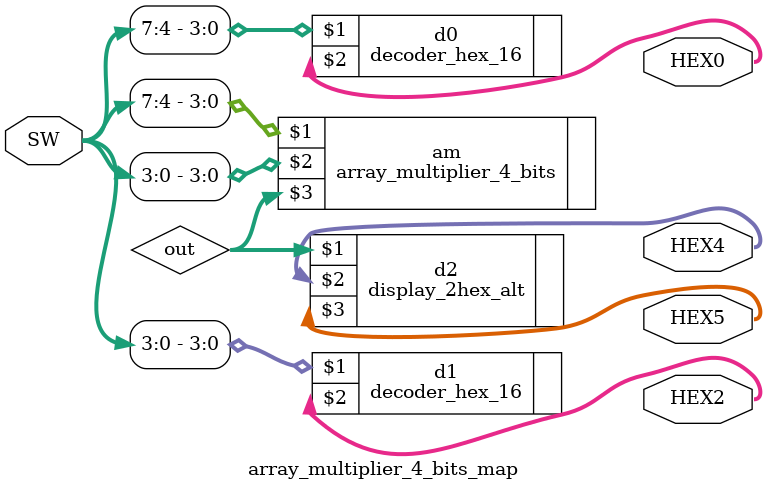
<source format=v>
module array_multiplier_4_bits_map(
	input [7:0] SW,
	output [0:6] HEX0,
	output [0:6] HEX2,
	output [0:6] HEX4,
	output [0:6] HEX5
);
	
	wire [7:0] out;
	array_multiplier_4_bits am(SW[7:4], SW[3:0], out);
	
	decoder_hex_16 d0(SW[7:4], HEX0);
	decoder_hex_16 d1(SW[3:0], HEX2);
	display_2hex_alt d2(out, HEX4, HEX5);

endmodule

</source>
